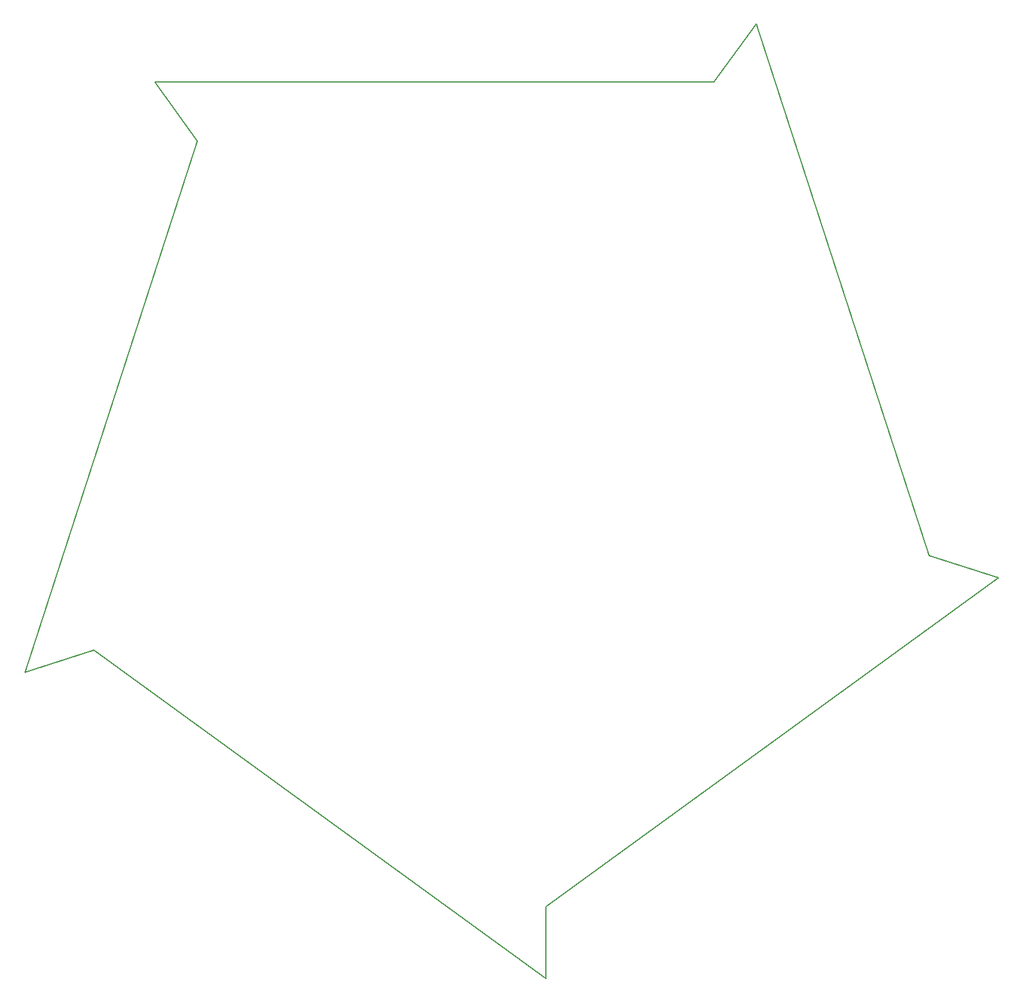
<source format=gbr>
%TF.GenerationSoftware,KiCad,Pcbnew,(5.1.7-0-10_14)*%
%TF.CreationDate,2021-04-06T14:52:43+02:00*%
%TF.ProjectId,Octogone_Sans_Regle,4f63746f-676f-46e6-955f-53616e735f52,rev?*%
%TF.SameCoordinates,Original*%
%TF.FileFunction,Profile,NP*%
%FSLAX46Y46*%
G04 Gerber Fmt 4.6, Leading zero omitted, Abs format (unit mm)*
G04 Created by KiCad (PCBNEW (5.1.7-0-10_14)) date 2021-04-06 14:52:43*
%MOMM*%
%LPD*%
G01*
G04 APERTURE LIST*
%TA.AperFunction,Profile*%
%ADD10C,0.150000*%
%TD*%
G04 APERTURE END LIST*
D10*
X75775000Y-47175118D02*
X154907329Y-47175118D01*
X67105830Y-127556473D02*
X57337765Y-130739316D01*
X160938804Y-38939640D02*
X154907329Y-47175118D01*
X75775000Y-47175118D02*
X81791000Y-55480000D01*
X185392038Y-114198957D02*
X195165398Y-117365507D01*
X131145999Y-163878322D02*
X195165398Y-117365507D01*
X185392038Y-114198957D02*
X160938804Y-38939640D01*
X67105830Y-127556473D02*
X131125228Y-174069289D01*
X81791000Y-55480000D02*
X57337765Y-130739316D01*
X131145999Y-163878322D02*
X131125228Y-174069289D01*
M02*

</source>
